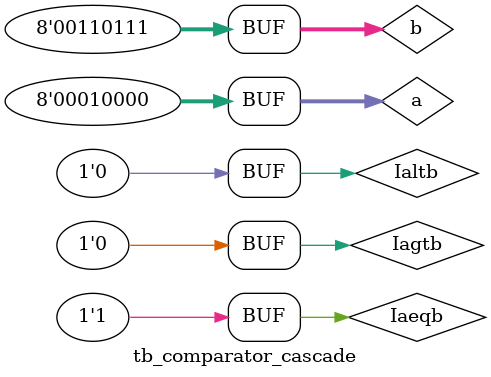
<source format=v>
`timescale 1ns / 1ps


module tb_comparator_cascade(

    );
    
    reg [7: 0] a, b;
    reg Iagtb, Ialtb, Iaeqb;
    wire Oagtb, Oaltb, Oaeqb;
    
    comparator_cascade tb(.Iaeqb(Iaeqb), .Iagtb(Iagtb), .Ialtb(Ialtb),
                        .a(a), .b(b), .Oaeqb(Oaeqb), .Oagtb(Oagtb), .Oaltb(Oaltb));
                        
                        
                        
   initial begin
   a = 0; b= 0; Iagtb= 1'b0; Iaeqb=1'b1; Ialtb=1'b0;
   #100 a = 8'd16; b = 8'd55;
   end                 
endmodule

</source>
